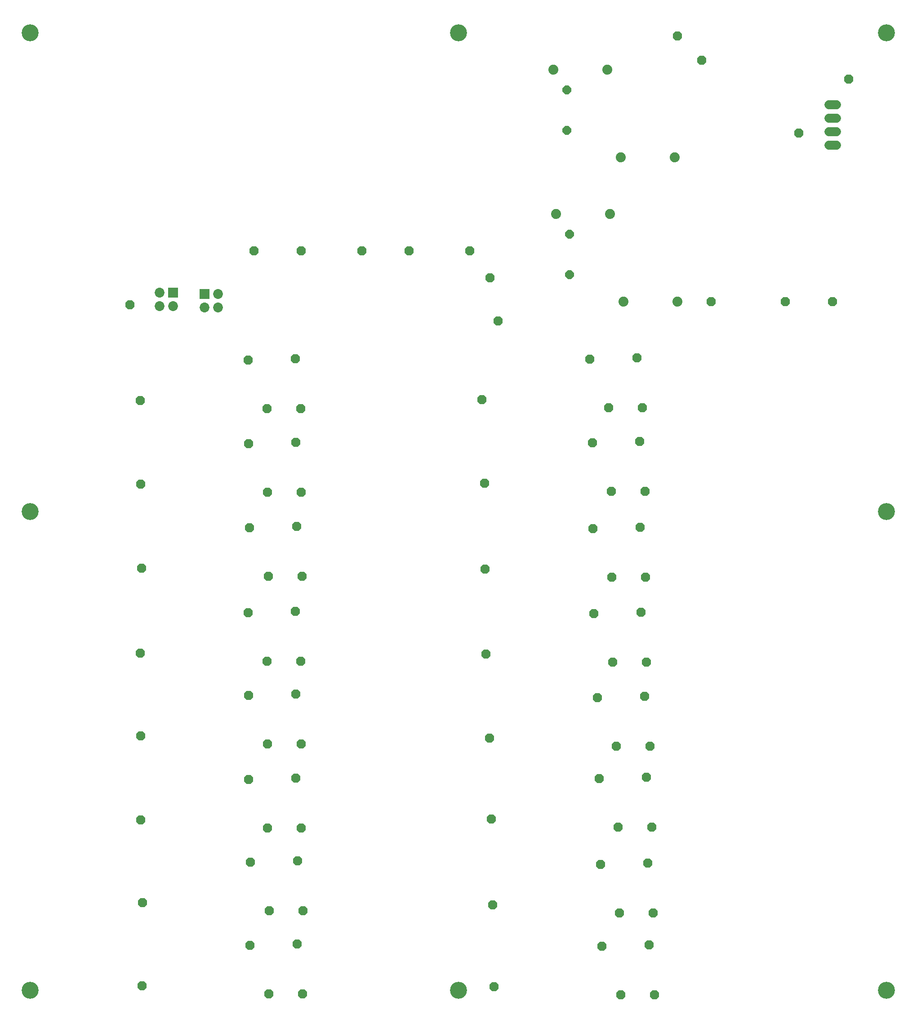
<source format=gbr>
G04 EAGLE Gerber RS-274X export*
G75*
%MOMM*%
%FSLAX34Y34*%
%LPD*%
%INSoldermask Bottom*%
%IPPOS*%
%AMOC8*
5,1,8,0,0,1.08239X$1,22.5*%
G01*
%ADD10C,3.203200*%
%ADD11P,1.759533X8X292.500000*%
%ADD12C,1.879600*%
%ADD13P,1.869504X8X202.500000*%
%ADD14C,1.711200*%
%ADD15R,1.853200X1.853200*%
%ADD16C,1.853200*%
%ADD17P,1.869504X8X22.500000*%


D10*
X1943100Y-990600D03*
X330200Y-990600D03*
X1136650Y-990600D03*
X330200Y812800D03*
X1943100Y812800D03*
X1136650Y812800D03*
X330200Y-88900D03*
X1943100Y-88900D03*
D11*
X1346200Y433705D03*
X1346200Y357505D03*
D12*
X1447800Y306705D03*
X1549400Y306705D03*
X1422400Y471805D03*
X1320800Y471805D03*
D11*
X1341120Y705485D03*
X1341120Y629285D03*
D12*
X1442720Y578485D03*
X1544320Y578485D03*
X1417320Y743585D03*
X1315720Y743585D03*
D13*
X1871980Y725805D03*
X1549400Y807085D03*
X1841500Y306705D03*
X1612900Y306705D03*
X1752600Y306705D03*
X1595120Y761365D03*
X1778000Y624205D03*
D14*
X1833960Y677545D02*
X1849040Y677545D01*
X1849040Y652145D02*
X1833960Y652145D01*
X1833960Y626745D02*
X1849040Y626745D01*
X1849040Y601345D02*
X1833960Y601345D01*
D15*
X598678Y323342D03*
D16*
X598678Y297942D03*
X573278Y323342D03*
X573278Y297942D03*
D15*
X658368Y320802D03*
D16*
X683768Y320802D03*
X658368Y295402D03*
X683768Y295402D03*
D17*
X1195578Y351282D03*
X751078Y402082D03*
X517398Y300482D03*
X1210818Y270002D03*
X1157478Y402082D03*
X839978Y402082D03*
X1043178Y402082D03*
X954278Y402082D03*
X842772Y-997204D03*
X743712Y-905764D03*
X832612Y-903224D03*
X540512Y-981964D03*
X779272Y-997204D03*
X1506220Y-998982D03*
X1407160Y-907542D03*
X1496060Y-905002D03*
X1203960Y-983742D03*
X1442720Y-998982D03*
X843534Y-840994D03*
X744474Y-749554D03*
X833374Y-747014D03*
X541274Y-825754D03*
X780034Y-840994D03*
X1503426Y-845312D03*
X1404366Y-753872D03*
X1493266Y-751332D03*
X1201166Y-830072D03*
X1439926Y-845312D03*
X840740Y-685038D03*
X741680Y-593598D03*
X830580Y-591058D03*
X538480Y-669798D03*
X777240Y-685038D03*
X1500378Y-683006D03*
X1401318Y-591566D03*
X1490218Y-589026D03*
X1198118Y-667766D03*
X1436878Y-683006D03*
X840740Y-527050D03*
X741680Y-435610D03*
X830580Y-433070D03*
X538480Y-511810D03*
X777240Y-527050D03*
X1497584Y-530606D03*
X1398524Y-439166D03*
X1487424Y-436626D03*
X1195324Y-515366D03*
X1434084Y-530606D03*
X839216Y-370586D03*
X740156Y-279146D03*
X829056Y-276606D03*
X536956Y-355346D03*
X775716Y-370586D03*
X1490726Y-372872D03*
X1391666Y-281432D03*
X1480566Y-278892D03*
X1188466Y-357632D03*
X1427226Y-372872D03*
X841756Y-210820D03*
X742696Y-119380D03*
X831596Y-116840D03*
X539496Y-195580D03*
X778256Y-210820D03*
X1489202Y-212852D03*
X1390142Y-121412D03*
X1479042Y-118872D03*
X1186942Y-197612D03*
X1425702Y-212852D03*
X840740Y-52832D03*
X741680Y38608D03*
X830580Y41148D03*
X538480Y-37592D03*
X777240Y-52832D03*
X1488440Y-51308D03*
X1389380Y40132D03*
X1478280Y42672D03*
X1186180Y-36068D03*
X1424940Y-51308D03*
X839216Y105156D03*
X740156Y196596D03*
X829056Y199136D03*
X536956Y120396D03*
X775716Y105156D03*
X1483360Y106934D03*
X1384300Y198374D03*
X1473200Y200914D03*
X1181100Y122174D03*
X1419860Y106934D03*
M02*

</source>
